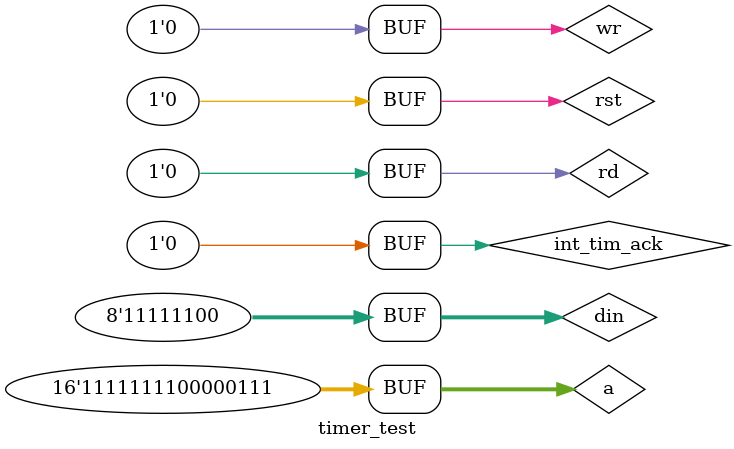
<source format=v>
`timescale 1ns / 1ps


module timer_test;

	// Inputs
	wire clk;
	reg rst;
	reg [15:0] a;
	reg [7:0] din;
	reg rd;
	reg wr;
	reg int_tim_ack;

	// Outputs
	wire [7:0] dout;
	wire int_tim_req;
    
    clk_gen #(250) clk_gen_1(clk);

	// Instantiate the Unit Under Test (UUT)
	timer uut (
		.clk(clk), 
		.rst(rst), 
		.a(a), 
		.dout(dout), 
		.din(din), 
		.rd(rd), 
		.wr(wr), 
		.int_tim_req(int_tim_req), 
		.int_tim_ack(int_tim_ack)
	);

	initial begin
		// Initialize Inputs
		rst = 0;
		a = 0;
		din = 0;
		rd = 0;
		wr = 0;
		int_tim_ack = 0;

		#10000;
        rst = 1;
        #10000;
        rst = 0;
        #10000;
        
		// Add stimulus here
        a = 16'hFF06;// TMA
        din = 8'hC5; // 1100 0101
        wr = 1;
        #10000;
        wr = 0;
        #10000;
        
        a = 16'hFF07;// TAC
        din = 8'hFC; // 1111 1100
        wr = 1;
        #10000;
        wr = 0;
        #10000;
	end
      
endmodule


</source>
